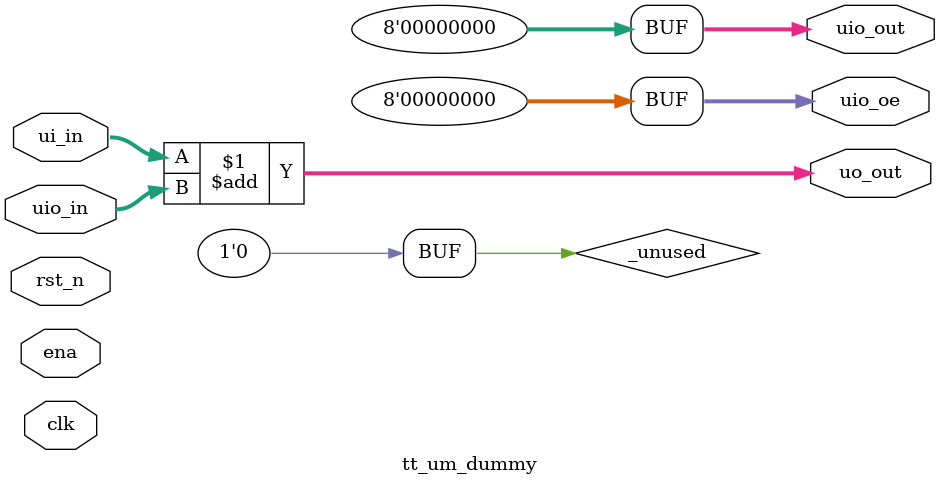
<source format=v>
`default_nettype none

module tt_um_dummy (
    input  wire [7:0] ui_in,    // Dedicated inputs
    output wire [7:0] uo_out,   // Dedicated outputs
    input  wire [7:0] uio_in,   // IOs: Input path
    output wire [7:0] uio_out,  // IOs: Output path
    output wire [7:0] uio_oe,   // IOs: Enable path (active high: 0=input, 1=output)
    input  wire       ena,      // always 1 when the design is powered, so you can ignore it
    input  wire       clk,      // clock
    input  wire       rst_n     // reset_n - low to reset
);

  // All output pins must be assigned. If not used, assign to 0.
  assign uo_out  = ui_in + uio_in;  // Example: ou_out is the sum of ui_in and uio_in
  assign uio_out = 0;
  assign uio_oe  = 0;

  // List all unused inputs to prevent warnings
  wire _unused = &{ena, clk, rst_n, 1'b0};

endmodule
</source>
